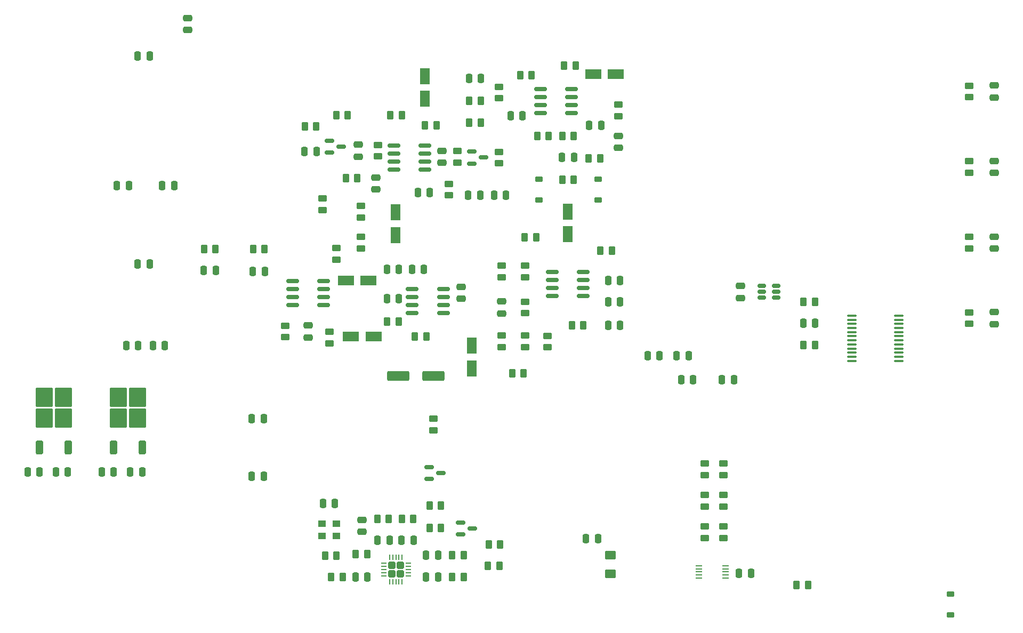
<source format=gtp>
%TF.GenerationSoftware,KiCad,Pcbnew,8.0.2-8.0.2-0~ubuntu22.04.1*%
%TF.CreationDate,2024-05-24T15:24:21-07:00*%
%TF.ProjectId,YamhillFrontPanel,59616d68-696c-46c4-9672-6f6e7450616e,B*%
%TF.SameCoordinates,Original*%
%TF.FileFunction,Paste,Top*%
%TF.FilePolarity,Positive*%
%FSLAX46Y46*%
G04 Gerber Fmt 4.6, Leading zero omitted, Abs format (unit mm)*
G04 Created by KiCad (PCBNEW 8.0.2-8.0.2-0~ubuntu22.04.1) date 2024-05-24 15:24:21*
%MOMM*%
%LPD*%
G01*
G04 APERTURE LIST*
G04 Aperture macros list*
%AMRoundRect*
0 Rectangle with rounded corners*
0 $1 Rounding radius*
0 $2 $3 $4 $5 $6 $7 $8 $9 X,Y pos of 4 corners*
0 Add a 4 corners polygon primitive as box body*
4,1,4,$2,$3,$4,$5,$6,$7,$8,$9,$2,$3,0*
0 Add four circle primitives for the rounded corners*
1,1,$1+$1,$2,$3*
1,1,$1+$1,$4,$5*
1,1,$1+$1,$6,$7*
1,1,$1+$1,$8,$9*
0 Add four rect primitives between the rounded corners*
20,1,$1+$1,$2,$3,$4,$5,0*
20,1,$1+$1,$4,$5,$6,$7,0*
20,1,$1+$1,$6,$7,$8,$9,0*
20,1,$1+$1,$8,$9,$2,$3,0*%
G04 Aperture macros list end*
%ADD10RoundRect,0.250000X-0.262500X-0.450000X0.262500X-0.450000X0.262500X0.450000X-0.262500X0.450000X0*%
%ADD11RoundRect,0.250000X-0.450000X0.262500X-0.450000X-0.262500X0.450000X-0.262500X0.450000X0.262500X0*%
%ADD12RoundRect,0.250000X0.450000X-0.262500X0.450000X0.262500X-0.450000X0.262500X-0.450000X-0.262500X0*%
%ADD13RoundRect,0.250000X0.262500X0.450000X-0.262500X0.450000X-0.262500X-0.450000X0.262500X-0.450000X0*%
%ADD14RoundRect,0.250000X-0.250000X-0.475000X0.250000X-0.475000X0.250000X0.475000X-0.250000X0.475000X0*%
%ADD15RoundRect,0.150000X-0.825000X-0.150000X0.825000X-0.150000X0.825000X0.150000X-0.825000X0.150000X0*%
%ADD16RoundRect,0.150000X-0.587500X-0.150000X0.587500X-0.150000X0.587500X0.150000X-0.587500X0.150000X0*%
%ADD17RoundRect,0.250000X-0.475000X0.250000X-0.475000X-0.250000X0.475000X-0.250000X0.475000X0.250000X0*%
%ADD18RoundRect,0.250000X0.350000X-0.850000X0.350000X0.850000X-0.350000X0.850000X-0.350000X-0.850000X0*%
%ADD19RoundRect,0.250000X1.125000X-1.275000X1.125000X1.275000X-1.125000X1.275000X-1.125000X-1.275000X0*%
%ADD20RoundRect,0.250000X0.250000X0.475000X-0.250000X0.475000X-0.250000X-0.475000X0.250000X-0.475000X0*%
%ADD21RoundRect,0.150000X-0.512500X-0.150000X0.512500X-0.150000X0.512500X0.150000X-0.512500X0.150000X0*%
%ADD22RoundRect,0.250000X0.550000X-1.050000X0.550000X1.050000X-0.550000X1.050000X-0.550000X-1.050000X0*%
%ADD23RoundRect,0.225000X0.375000X-0.225000X0.375000X0.225000X-0.375000X0.225000X-0.375000X-0.225000X0*%
%ADD24RoundRect,0.250000X0.475000X-0.250000X0.475000X0.250000X-0.475000X0.250000X-0.475000X-0.250000X0*%
%ADD25R,1.100000X0.250000*%
%ADD26RoundRect,0.250000X-0.550000X1.050000X-0.550000X-1.050000X0.550000X-1.050000X0.550000X1.050000X0*%
%ADD27RoundRect,0.225000X-0.375000X0.225000X-0.375000X-0.225000X0.375000X-0.225000X0.375000X0.225000X0*%
%ADD28RoundRect,0.250000X-1.050000X-0.550000X1.050000X-0.550000X1.050000X0.550000X-1.050000X0.550000X0*%
%ADD29R,1.300000X1.100000*%
%ADD30RoundRect,0.250000X-0.335000X-0.335000X0.335000X-0.335000X0.335000X0.335000X-0.335000X0.335000X0*%
%ADD31RoundRect,0.062500X-0.337500X-0.062500X0.337500X-0.062500X0.337500X0.062500X-0.337500X0.062500X0*%
%ADD32RoundRect,0.062500X-0.062500X-0.337500X0.062500X-0.337500X0.062500X0.337500X-0.062500X0.337500X0*%
%ADD33RoundRect,0.250000X-1.500000X-0.550000X1.500000X-0.550000X1.500000X0.550000X-1.500000X0.550000X0*%
%ADD34RoundRect,0.100000X-0.637500X-0.100000X0.637500X-0.100000X0.637500X0.100000X-0.637500X0.100000X0*%
%ADD35RoundRect,0.250001X-0.624999X0.462499X-0.624999X-0.462499X0.624999X-0.462499X0.624999X0.462499X0*%
G04 APERTURE END LIST*
D10*
%TO.C,R63*%
X114962500Y-103890000D03*
X116787500Y-103890000D03*
%TD*%
D11*
%TO.C,R65*%
X117900000Y-116987500D03*
X117900000Y-118812500D03*
%TD*%
D10*
%TO.C,R52*%
X139922500Y-102100000D03*
X141747500Y-102100000D03*
%TD*%
D12*
%TO.C,R32*%
X128735000Y-105612500D03*
X128735000Y-103787500D03*
%TD*%
D11*
%TO.C,R33*%
X132435000Y-103787500D03*
X132435000Y-105612500D03*
%TD*%
D12*
%TO.C,R27*%
X136035000Y-105625000D03*
X136035000Y-103800000D03*
%TD*%
D10*
%TO.C,R28*%
X130422500Y-109800000D03*
X132247500Y-109800000D03*
%TD*%
%TO.C,R17*%
X117287500Y-130800000D03*
X119112500Y-130800000D03*
%TD*%
%TO.C,R14*%
X126687500Y-136900000D03*
X128512500Y-136900000D03*
%TD*%
D12*
%TO.C,R8*%
X164000000Y-135912500D03*
X164000000Y-134087500D03*
%TD*%
%TO.C,R61*%
X147300000Y-68912500D03*
X147300000Y-67087500D03*
%TD*%
%TO.C,R43*%
X132435000Y-94512500D03*
X132435000Y-92687500D03*
%TD*%
D10*
%TO.C,R42*%
X102487500Y-68800000D03*
X104312500Y-68800000D03*
%TD*%
D12*
%TO.C,R46*%
X120375000Y-81517500D03*
X120375000Y-79692500D03*
%TD*%
%TO.C,R37*%
X128735000Y-94512500D03*
X128735000Y-92687500D03*
%TD*%
D10*
%TO.C,R15*%
X126587500Y-140300000D03*
X128412500Y-140300000D03*
%TD*%
%TO.C,R45*%
X111062500Y-68805000D03*
X112887500Y-68805000D03*
%TD*%
%TO.C,R59*%
X131687500Y-62400000D03*
X133512500Y-62400000D03*
%TD*%
D12*
%TO.C,R40*%
X109100000Y-75312500D03*
X109100000Y-73487500D03*
%TD*%
D11*
%TO.C,R10*%
X203000000Y-64087500D03*
X203000000Y-65912500D03*
%TD*%
D10*
%TO.C,R30*%
X89287500Y-90000000D03*
X91112500Y-90000000D03*
%TD*%
D13*
%TO.C,R38*%
X118412500Y-70400000D03*
X116587500Y-70400000D03*
%TD*%
D11*
%TO.C,R7*%
X161000000Y-134087500D03*
X161000000Y-135912500D03*
%TD*%
D10*
%TO.C,R21*%
X112887500Y-132900000D03*
X114712500Y-132900000D03*
%TD*%
D13*
%TO.C,R24*%
X122712500Y-142100000D03*
X120887500Y-142100000D03*
%TD*%
D11*
%TO.C,R11*%
X203000000Y-76087500D03*
X203000000Y-77912500D03*
%TD*%
D10*
%TO.C,R25*%
X81487500Y-90000000D03*
X83312500Y-90000000D03*
%TD*%
%TO.C,R48*%
X132422500Y-88200000D03*
X134247500Y-88200000D03*
%TD*%
%TO.C,R18*%
X101687500Y-142100000D03*
X103512500Y-142100000D03*
%TD*%
D11*
%TO.C,R13*%
X203000000Y-100087500D03*
X203000000Y-101912500D03*
%TD*%
D13*
%TO.C,R53*%
X136212500Y-72100000D03*
X134387500Y-72100000D03*
%TD*%
%TO.C,R56*%
X140512500Y-60900000D03*
X138687500Y-60900000D03*
%TD*%
%TO.C,R66*%
X144412500Y-75600000D03*
X142587500Y-75600000D03*
%TD*%
%TO.C,R23*%
X122712500Y-138600000D03*
X120887500Y-138600000D03*
%TD*%
D10*
%TO.C,R22*%
X105587500Y-138500000D03*
X107412500Y-138500000D03*
%TD*%
%TO.C,R19*%
X117287500Y-134300000D03*
X119112500Y-134300000D03*
%TD*%
D13*
%TO.C,R35*%
X105812500Y-78800000D03*
X103987500Y-78800000D03*
%TD*%
%TO.C,R16*%
X102512500Y-138700000D03*
X100687500Y-138700000D03*
%TD*%
D12*
%TO.C,R5*%
X164000000Y-130912500D03*
X164000000Y-129087500D03*
%TD*%
D13*
%TO.C,R20*%
X110812500Y-132900000D03*
X108987500Y-132900000D03*
%TD*%
D12*
%TO.C,R55*%
X128300000Y-66112500D03*
X128300000Y-64287500D03*
%TD*%
D11*
%TO.C,R4*%
X161000000Y-129087500D03*
X161000000Y-130912500D03*
%TD*%
%TO.C,R36*%
X132435000Y-98387500D03*
X132435000Y-100212500D03*
%TD*%
D12*
%TO.C,R51*%
X121700000Y-76312500D03*
X121700000Y-74487500D03*
%TD*%
D13*
%TO.C,R41*%
X146247500Y-90300000D03*
X144422500Y-90300000D03*
%TD*%
D12*
%TO.C,R34*%
X100300000Y-83812500D03*
X100300000Y-81987500D03*
%TD*%
D11*
%TO.C,R29*%
X102500000Y-89887500D03*
X102500000Y-91712500D03*
%TD*%
%TO.C,R2*%
X161000000Y-124087500D03*
X161000000Y-125912500D03*
%TD*%
D12*
%TO.C,R44*%
X106400000Y-89912500D03*
X106400000Y-88087500D03*
%TD*%
D10*
%TO.C,R58*%
X138387500Y-72100000D03*
X140212500Y-72100000D03*
%TD*%
D11*
%TO.C,R12*%
X203000000Y-88087500D03*
X203000000Y-89912500D03*
%TD*%
%TO.C,R26*%
X94400000Y-102187500D03*
X94400000Y-104012500D03*
%TD*%
D10*
%TO.C,R60*%
X138387500Y-79000000D03*
X140212500Y-79000000D03*
%TD*%
D12*
%TO.C,R54*%
X128300000Y-76412500D03*
X128300000Y-74587500D03*
%TD*%
D13*
%TO.C,R62*%
X112387500Y-101590000D03*
X110562500Y-101590000D03*
%TD*%
D10*
%TO.C,R1*%
X176687500Y-105300000D03*
X178512500Y-105300000D03*
%TD*%
D12*
%TO.C,R49*%
X106400000Y-85012500D03*
X106400000Y-83187500D03*
%TD*%
D10*
%TO.C,R47*%
X123587500Y-70000000D03*
X125412500Y-70000000D03*
%TD*%
D13*
%TO.C,R39*%
X99312500Y-70600000D03*
X97487500Y-70600000D03*
%TD*%
%TO.C,R50*%
X125412500Y-66500000D03*
X123587500Y-66500000D03*
%TD*%
D12*
%TO.C,R3*%
X164000000Y-125912500D03*
X164000000Y-124087500D03*
%TD*%
D13*
%TO.C,R6*%
X178512500Y-98400000D03*
X176687500Y-98400000D03*
%TD*%
%TO.C,R9*%
X177412500Y-143400000D03*
X175587500Y-143400000D03*
%TD*%
D12*
%TO.C,R64*%
X101400000Y-105012500D03*
X101400000Y-103187500D03*
%TD*%
D14*
%TO.C,C49*%
X145685000Y-102100000D03*
X147585000Y-102100000D03*
%TD*%
%TO.C,C23*%
X65250000Y-125400000D03*
X67150000Y-125400000D03*
%TD*%
%TO.C,C33*%
X157250000Y-110800000D03*
X159150000Y-110800000D03*
%TD*%
%TO.C,C48*%
X123450000Y-81500000D03*
X125350000Y-81500000D03*
%TD*%
D15*
%TO.C,U10*%
X95525000Y-95095000D03*
X95525000Y-96365000D03*
X95525000Y-97635000D03*
X95525000Y-98905000D03*
X100475000Y-98905000D03*
X100475000Y-97635000D03*
X100475000Y-96365000D03*
X100475000Y-95095000D03*
%TD*%
D14*
%TO.C,C6*%
X89050000Y-117000000D03*
X90950000Y-117000000D03*
%TD*%
D16*
%TO.C,Q3*%
X101425000Y-72850000D03*
X101425000Y-74750000D03*
X103300000Y-73800000D03*
%TD*%
D14*
%TO.C,C18*%
X70950000Y-59400000D03*
X72850000Y-59400000D03*
%TD*%
D17*
%TO.C,C11*%
X166700000Y-95900000D03*
X166700000Y-97800000D03*
%TD*%
D18*
%TO.C,U7*%
X67120000Y-121540000D03*
D19*
X67875000Y-116915000D03*
X70925000Y-116915000D03*
X67875000Y-113565000D03*
X70925000Y-113565000D03*
D18*
X71680000Y-121540000D03*
%TD*%
D20*
%TO.C,C35*%
X144050000Y-136000000D03*
X142150000Y-136000000D03*
%TD*%
D17*
%TO.C,C43*%
X106000000Y-73450000D03*
X106000000Y-75350000D03*
%TD*%
%TO.C,C45*%
X119300000Y-74450000D03*
X119300000Y-76350000D03*
%TD*%
D20*
%TO.C,C60*%
X116425000Y-93290000D03*
X114525000Y-93290000D03*
%TD*%
D21*
%TO.C,U2*%
X170100000Y-95850000D03*
X170100000Y-96800000D03*
X170100000Y-97750000D03*
X172375000Y-97750000D03*
X172375000Y-96800000D03*
X172375000Y-95850000D03*
%TD*%
D22*
%TO.C,C42*%
X139235000Y-87700000D03*
X139235000Y-84100000D03*
%TD*%
D14*
%TO.C,C57*%
X138350000Y-75500000D03*
X140250000Y-75500000D03*
%TD*%
D22*
%TO.C,C41*%
X116600000Y-66200000D03*
X116600000Y-62600000D03*
%TD*%
D23*
%TO.C,D8*%
X134700000Y-82250000D03*
X134700000Y-78950000D03*
%TD*%
D24*
%TO.C,C2*%
X207000000Y-77950000D03*
X207000000Y-76050000D03*
%TD*%
D23*
%TO.C,D9*%
X144100000Y-82250000D03*
X144100000Y-78950000D03*
%TD*%
D20*
%TO.C,C40*%
X99350000Y-74500000D03*
X97450000Y-74500000D03*
%TD*%
D17*
%TO.C,C38*%
X108800000Y-78650000D03*
X108800000Y-80550000D03*
%TD*%
D25*
%TO.C,U5*%
X160050000Y-140300000D03*
X160050000Y-140800000D03*
X160050000Y-141300000D03*
X160050000Y-141800000D03*
X160050000Y-142300000D03*
X164350000Y-142300000D03*
X164350000Y-141800000D03*
X164350000Y-141300000D03*
X164350000Y-140800000D03*
X164350000Y-140300000D03*
%TD*%
D26*
%TO.C,C47*%
X111875000Y-84205000D03*
X111875000Y-87805000D03*
%TD*%
D24*
%TO.C,C62*%
X147300000Y-73950000D03*
X147300000Y-72050000D03*
%TD*%
D14*
%TO.C,C8*%
X151935000Y-107000000D03*
X153835000Y-107000000D03*
%TD*%
%TO.C,C50*%
X127550000Y-81500000D03*
X129450000Y-81500000D03*
%TD*%
D27*
%TO.C,D7*%
X200000000Y-144850000D03*
X200000000Y-148150000D03*
%TD*%
D14*
%TO.C,C58*%
X142650000Y-70400000D03*
X144550000Y-70400000D03*
%TD*%
D28*
%TO.C,C34*%
X104000000Y-95000000D03*
X107600000Y-95000000D03*
%TD*%
%TO.C,C61*%
X104800000Y-103900000D03*
X108400000Y-103900000D03*
%TD*%
D14*
%TO.C,C31*%
X81450000Y-93400000D03*
X83350000Y-93400000D03*
%TD*%
D17*
%TO.C,C20*%
X106600000Y-133050000D03*
X106600000Y-134950000D03*
%TD*%
D14*
%TO.C,C22*%
X53450000Y-125400000D03*
X55350000Y-125400000D03*
%TD*%
D20*
%TO.C,C12*%
X178550000Y-101800000D03*
X176650000Y-101800000D03*
%TD*%
D29*
%TO.C,U4*%
X100219978Y-135580022D03*
X102519978Y-135580022D03*
X102519978Y-133680022D03*
X100219978Y-133680022D03*
%TD*%
D20*
%TO.C,C30*%
X118650000Y-142100000D03*
X116750000Y-142100000D03*
%TD*%
%TO.C,C52*%
X147585000Y-95000000D03*
X145685000Y-95000000D03*
%TD*%
D30*
%TO.C,U8*%
X111275000Y-140225000D03*
X111275000Y-141575000D03*
X112625000Y-140225000D03*
X112625000Y-141575000D03*
D31*
X110000000Y-139900000D03*
X110000000Y-140400000D03*
X110000000Y-140900000D03*
X110000000Y-141400000D03*
X110000000Y-141900000D03*
D32*
X110950000Y-142850000D03*
X111450000Y-142850000D03*
X111950000Y-142850000D03*
X112450000Y-142850000D03*
X112950000Y-142850000D03*
D31*
X113900000Y-141900000D03*
X113900000Y-141400000D03*
X113900000Y-140900000D03*
X113900000Y-140400000D03*
X113900000Y-139900000D03*
D32*
X112950000Y-138950000D03*
X112450000Y-138950000D03*
X111950000Y-138950000D03*
X111450000Y-138950000D03*
X110950000Y-138950000D03*
%TD*%
D20*
%TO.C,C51*%
X132050000Y-68900000D03*
X130150000Y-68900000D03*
%TD*%
D24*
%TO.C,C37*%
X128735000Y-100250000D03*
X128735000Y-98350000D03*
%TD*%
D14*
%TO.C,C1*%
X89050000Y-126100000D03*
X90950000Y-126100000D03*
%TD*%
D15*
%TO.C,U12*%
X136785000Y-93700000D03*
X136785000Y-94970000D03*
X136785000Y-96240000D03*
X136785000Y-97510000D03*
X141735000Y-97510000D03*
X141735000Y-96240000D03*
X141735000Y-94970000D03*
X141735000Y-93700000D03*
%TD*%
D14*
%TO.C,C26*%
X69750000Y-125400000D03*
X71650000Y-125400000D03*
%TD*%
%TO.C,C16*%
X67650000Y-80000000D03*
X69550000Y-80000000D03*
%TD*%
D33*
%TO.C,C63*%
X112300000Y-110200000D03*
X117900000Y-110200000D03*
%TD*%
D24*
%TO.C,C17*%
X78900000Y-55250000D03*
X78900000Y-53350000D03*
%TD*%
D14*
%TO.C,C9*%
X156535000Y-107000000D03*
X158435000Y-107000000D03*
%TD*%
%TO.C,C56*%
X110525000Y-93290000D03*
X112425000Y-93290000D03*
%TD*%
D24*
%TO.C,C4*%
X207000000Y-101950000D03*
X207000000Y-100050000D03*
%TD*%
D16*
%TO.C,Q2*%
X122225000Y-133450000D03*
X122225000Y-135350000D03*
X124100000Y-134400000D03*
%TD*%
D14*
%TO.C,C7*%
X73350000Y-105400000D03*
X75250000Y-105400000D03*
%TD*%
%TO.C,C13*%
X70950000Y-92400000D03*
X72850000Y-92400000D03*
%TD*%
D18*
%TO.C,U6*%
X55320000Y-121540000D03*
D19*
X56075000Y-116915000D03*
X59125000Y-116915000D03*
X56075000Y-113565000D03*
X59125000Y-113565000D03*
D18*
X59880000Y-121540000D03*
%TD*%
D24*
%TO.C,C5*%
X207000000Y-65950000D03*
X207000000Y-64050000D03*
%TD*%
%TO.C,C3*%
X207000000Y-89950000D03*
X207000000Y-88050000D03*
%TD*%
D20*
%TO.C,C24*%
X110950000Y-136300000D03*
X109050000Y-136300000D03*
%TD*%
D14*
%TO.C,C44*%
X115450000Y-81100000D03*
X117350000Y-81100000D03*
%TD*%
%TO.C,C54*%
X145685000Y-98400000D03*
X147585000Y-98400000D03*
%TD*%
D15*
%TO.C,U14*%
X114550000Y-96360000D03*
X114550000Y-97630000D03*
X114550000Y-98900000D03*
X114550000Y-100170000D03*
X119500000Y-100170000D03*
X119500000Y-98900000D03*
X119500000Y-97630000D03*
X119500000Y-96360000D03*
%TD*%
D14*
%TO.C,C15*%
X74850000Y-80000000D03*
X76750000Y-80000000D03*
%TD*%
D16*
%TO.C,Q1*%
X117225000Y-124650000D03*
X117225000Y-126550000D03*
X119100000Y-125600000D03*
%TD*%
D20*
%TO.C,C55*%
X112425000Y-97890000D03*
X110525000Y-97890000D03*
%TD*%
D17*
%TO.C,C59*%
X122275000Y-96040000D03*
X122275000Y-97940000D03*
%TD*%
D14*
%TO.C,C27*%
X112850000Y-136300000D03*
X114750000Y-136300000D03*
%TD*%
D16*
%TO.C,Q4*%
X124025000Y-74550000D03*
X124025000Y-76450000D03*
X125900000Y-75500000D03*
%TD*%
D20*
%TO.C,C10*%
X71050000Y-105400000D03*
X69150000Y-105400000D03*
%TD*%
D15*
%TO.C,U13*%
X134925000Y-64595000D03*
X134925000Y-65865000D03*
X134925000Y-67135000D03*
X134925000Y-68405000D03*
X139875000Y-68405000D03*
X139875000Y-67135000D03*
X139875000Y-65865000D03*
X139875000Y-64595000D03*
%TD*%
D14*
%TO.C,C25*%
X57950000Y-125400000D03*
X59850000Y-125400000D03*
%TD*%
D34*
%TO.C,U1*%
X184387500Y-100625000D03*
X184387500Y-101275000D03*
X184387500Y-101925000D03*
X184387500Y-102575000D03*
X184387500Y-103225000D03*
X184387500Y-103875000D03*
X184387500Y-104525000D03*
X184387500Y-105175000D03*
X184387500Y-105825000D03*
X184387500Y-106475000D03*
X184387500Y-107125000D03*
X184387500Y-107775000D03*
X191812500Y-107775000D03*
X191812500Y-107125000D03*
X191812500Y-106475000D03*
X191812500Y-105825000D03*
X191812500Y-105175000D03*
X191812500Y-104525000D03*
X191812500Y-103875000D03*
X191812500Y-103225000D03*
X191812500Y-102575000D03*
X191812500Y-101925000D03*
X191812500Y-101275000D03*
X191812500Y-100625000D03*
%TD*%
D20*
%TO.C,C36*%
X91150000Y-93600000D03*
X89250000Y-93600000D03*
%TD*%
%TO.C,C46*%
X125450000Y-62900000D03*
X123550000Y-62900000D03*
%TD*%
D28*
%TO.C,C53*%
X143300000Y-62300000D03*
X146900000Y-62300000D03*
%TD*%
D14*
%TO.C,C14*%
X163750000Y-110800000D03*
X165650000Y-110800000D03*
%TD*%
D35*
%TO.C,L1*%
X146000000Y-138612500D03*
X146000000Y-141587500D03*
%TD*%
D26*
%TO.C,C39*%
X124035000Y-105400000D03*
X124035000Y-109000000D03*
%TD*%
D15*
%TO.C,U11*%
X111625000Y-73595000D03*
X111625000Y-74865000D03*
X111625000Y-76135000D03*
X111625000Y-77405000D03*
X116575000Y-77405000D03*
X116575000Y-76135000D03*
X116575000Y-74865000D03*
X116575000Y-73595000D03*
%TD*%
D14*
%TO.C,C29*%
X116750000Y-138600000D03*
X118650000Y-138600000D03*
%TD*%
%TO.C,C28*%
X105550000Y-142100000D03*
X107450000Y-142100000D03*
%TD*%
D20*
%TO.C,C21*%
X168350000Y-141500000D03*
X166450000Y-141500000D03*
%TD*%
D14*
%TO.C,C19*%
X100350000Y-130400000D03*
X102250000Y-130400000D03*
%TD*%
D17*
%TO.C,C32*%
X98000000Y-102150000D03*
X98000000Y-104050000D03*
%TD*%
M02*

</source>
